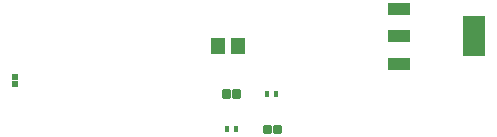
<source format=gtl>
G04 EAGLE Gerber X2 export*
%TF.Part,Single*%
%TF.FileFunction,Soldermask,Top,1*%
%TF.FilePolarity,Negative*%
%TF.GenerationSoftware,Autodesk,EAGLE,8.6.3*%
%TF.CreationDate,2019-05-11T18:19:01Z*%
G75*
%MOMM*%
%FSLAX34Y34*%
%LPD*%
%AMOC8*
5,1,8,0,0,1.08239X$1,22.5*%
G01*
%ADD10C,0.393894*%
%ADD11R,1.303200X1.453200*%
%ADD12R,0.400000X0.600000*%
%ADD13R,0.503200X0.603200*%
%ADD14R,1.828800X1.092200*%
%ADD15R,1.828800X3.378200*%


D10*
X286553Y135553D02*
X286553Y139647D01*
X290047Y139647D01*
X290047Y135553D01*
X286553Y135553D01*
X286553Y139491D02*
X290047Y139491D01*
X277953Y139647D02*
X277953Y135553D01*
X277953Y139647D02*
X281447Y139647D01*
X281447Y135553D01*
X277953Y135553D01*
X277953Y139491D02*
X281447Y139491D01*
X321053Y109647D02*
X321053Y105553D01*
X321053Y109647D02*
X324547Y109647D01*
X324547Y105553D01*
X321053Y105553D01*
X321053Y109491D02*
X324547Y109491D01*
X312453Y109647D02*
X312453Y105553D01*
X312453Y109647D02*
X315947Y109647D01*
X315947Y105553D01*
X312453Y105553D01*
X312453Y109491D02*
X315947Y109491D01*
D11*
X289700Y177800D03*
X272700Y177800D03*
D12*
X322000Y137200D03*
X314000Y137200D03*
X280300Y107800D03*
X288300Y107800D03*
D13*
X100900Y151500D03*
X100900Y145500D03*
D14*
X425996Y209114D03*
X425996Y186000D03*
X425996Y162886D03*
D15*
X490004Y186000D03*
M02*

</source>
